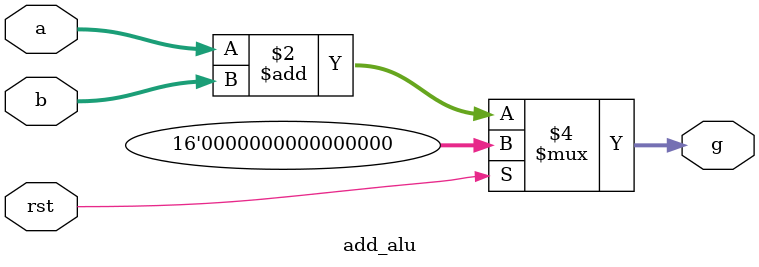
<source format=v>
module add_alu (a, b, g, rst);

	input [15:0] a, b;
	output reg [15:0] g;
	
	input rst;
	
	
	always @(*) begin
		if (rst) begin
			g = 0;
		end else begin
			g = a + b;
		end
	end
	

endmodule
</source>
